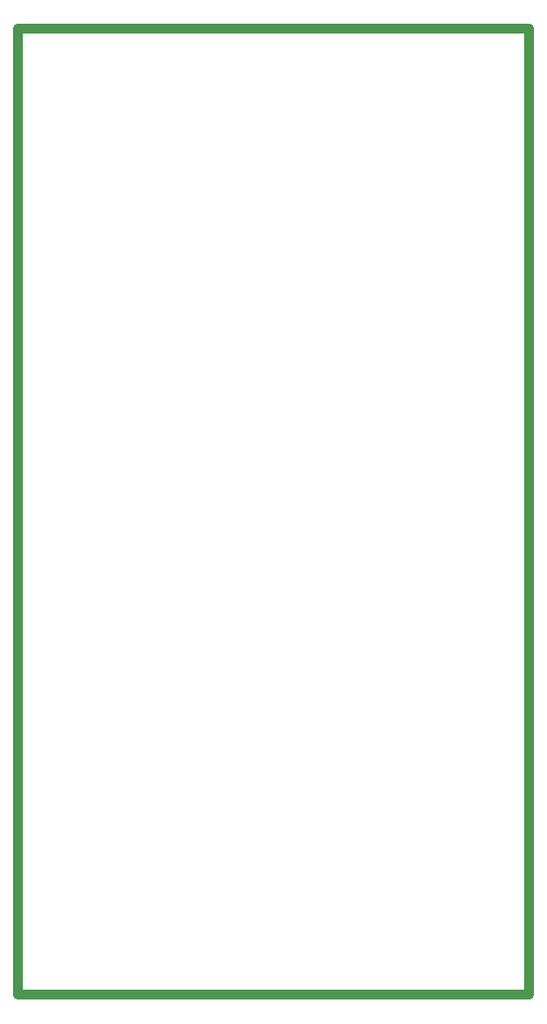
<source format=gbo>
%FSLAX24Y24*%
%MOIN*%
%ADD10C,0.0394*%
D10*
G01X0Y0D02*
X0Y39370D01*
X20866Y39370D01*
X20866Y0D01*
X0Y0D01*
M02*

</source>
